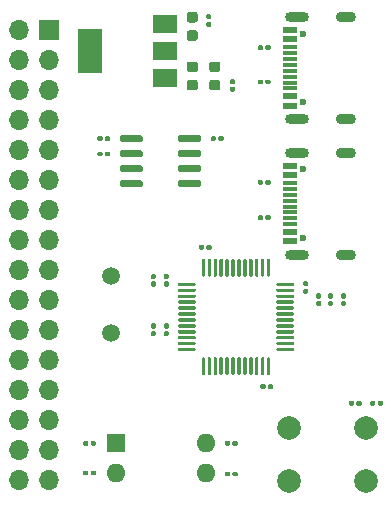
<source format=gbr>
%TF.GenerationSoftware,KiCad,Pcbnew,5.1.7+dfsg1-1~bpo10+1*%
%TF.CreationDate,2020-10-25T19:55:51+08:00*%
%TF.ProjectId,stm32-io-extend,73746d33-322d-4696-9f2d-657874656e64,rev?*%
%TF.SameCoordinates,Original*%
%TF.FileFunction,Soldermask,Top*%
%TF.FilePolarity,Negative*%
%FSLAX46Y46*%
G04 Gerber Fmt 4.6, Leading zero omitted, Abs format (unit mm)*
G04 Created by KiCad (PCBNEW 5.1.7+dfsg1-1~bpo10+1) date 2020-10-25 19:55:51*
%MOMM*%
%LPD*%
G01*
G04 APERTURE LIST*
%ADD10O,2.000000X0.900000*%
%ADD11O,1.700000X0.900000*%
%ADD12R,1.160000X0.300000*%
%ADD13C,0.600000*%
%ADD14R,1.160000X0.600000*%
%ADD15R,1.700000X1.700000*%
%ADD16O,1.700000X1.700000*%
%ADD17R,1.600000X1.600000*%
%ADD18O,1.600000X1.600000*%
%ADD19C,2.000000*%
%ADD20R,2.000000X3.800000*%
%ADD21R,2.000000X1.500000*%
%ADD22C,1.500000*%
G04 APERTURE END LIST*
%TO.C,C1*%
G36*
G01*
X150000000Y-67090000D02*
X150200000Y-67090000D01*
G75*
G02*
X150300000Y-67190000I0J-100000D01*
G01*
X150300000Y-67450000D01*
G75*
G02*
X150200000Y-67550000I-100000J0D01*
G01*
X150000000Y-67550000D01*
G75*
G02*
X149900000Y-67450000I0J100000D01*
G01*
X149900000Y-67190000D01*
G75*
G02*
X150000000Y-67090000I100000J0D01*
G01*
G37*
G36*
G01*
X150000000Y-66450000D02*
X150200000Y-66450000D01*
G75*
G02*
X150300000Y-66550000I0J-100000D01*
G01*
X150300000Y-66810000D01*
G75*
G02*
X150200000Y-66910000I-100000J0D01*
G01*
X150000000Y-66910000D01*
G75*
G02*
X149900000Y-66810000I0J100000D01*
G01*
X149900000Y-66550000D01*
G75*
G02*
X150000000Y-66450000I100000J0D01*
G01*
G37*
%TD*%
%TO.C,C2*%
G36*
G01*
X146600000Y-89550000D02*
X146400000Y-89550000D01*
G75*
G02*
X146300000Y-89450000I0J100000D01*
G01*
X146300000Y-89190000D01*
G75*
G02*
X146400000Y-89090000I100000J0D01*
G01*
X146600000Y-89090000D01*
G75*
G02*
X146700000Y-89190000I0J-100000D01*
G01*
X146700000Y-89450000D01*
G75*
G02*
X146600000Y-89550000I-100000J0D01*
G01*
G37*
G36*
G01*
X146600000Y-88910000D02*
X146400000Y-88910000D01*
G75*
G02*
X146300000Y-88810000I0J100000D01*
G01*
X146300000Y-88550000D01*
G75*
G02*
X146400000Y-88450000I100000J0D01*
G01*
X146600000Y-88450000D01*
G75*
G02*
X146700000Y-88550000I0J-100000D01*
G01*
X146700000Y-88810000D01*
G75*
G02*
X146600000Y-88910000I-100000J0D01*
G01*
G37*
%TD*%
%TO.C,C3*%
G36*
G01*
X146600000Y-93110000D02*
X146400000Y-93110000D01*
G75*
G02*
X146300000Y-93010000I0J100000D01*
G01*
X146300000Y-92750000D01*
G75*
G02*
X146400000Y-92650000I100000J0D01*
G01*
X146600000Y-92650000D01*
G75*
G02*
X146700000Y-92750000I0J-100000D01*
G01*
X146700000Y-93010000D01*
G75*
G02*
X146600000Y-93110000I-100000J0D01*
G01*
G37*
G36*
G01*
X146600000Y-93750000D02*
X146400000Y-93750000D01*
G75*
G02*
X146300000Y-93650000I0J100000D01*
G01*
X146300000Y-93390000D01*
G75*
G02*
X146400000Y-93290000I100000J0D01*
G01*
X146600000Y-93290000D01*
G75*
G02*
X146700000Y-93390000I0J-100000D01*
G01*
X146700000Y-93650000D01*
G75*
G02*
X146600000Y-93750000I-100000J0D01*
G01*
G37*
%TD*%
%TO.C,C4*%
G36*
G01*
X148450000Y-67825000D02*
X148950000Y-67825000D01*
G75*
G02*
X149175000Y-68050000I0J-225000D01*
G01*
X149175000Y-68500000D01*
G75*
G02*
X148950000Y-68725000I-225000J0D01*
G01*
X148450000Y-68725000D01*
G75*
G02*
X148225000Y-68500000I0J225000D01*
G01*
X148225000Y-68050000D01*
G75*
G02*
X148450000Y-67825000I225000J0D01*
G01*
G37*
G36*
G01*
X148450000Y-66275000D02*
X148950000Y-66275000D01*
G75*
G02*
X149175000Y-66500000I0J-225000D01*
G01*
X149175000Y-66950000D01*
G75*
G02*
X148950000Y-67175000I-225000J0D01*
G01*
X148450000Y-67175000D01*
G75*
G02*
X148225000Y-66950000I0J225000D01*
G01*
X148225000Y-66500000D01*
G75*
G02*
X148450000Y-66275000I225000J0D01*
G01*
G37*
%TD*%
%TO.C,C5*%
G36*
G01*
X154910000Y-97900000D02*
X154910000Y-98100000D01*
G75*
G02*
X154810000Y-98200000I-100000J0D01*
G01*
X154550000Y-98200000D01*
G75*
G02*
X154450000Y-98100000I0J100000D01*
G01*
X154450000Y-97900000D01*
G75*
G02*
X154550000Y-97800000I100000J0D01*
G01*
X154810000Y-97800000D01*
G75*
G02*
X154910000Y-97900000I0J-100000D01*
G01*
G37*
G36*
G01*
X155550000Y-97900000D02*
X155550000Y-98100000D01*
G75*
G02*
X155450000Y-98200000I-100000J0D01*
G01*
X155190000Y-98200000D01*
G75*
G02*
X155090000Y-98100000I0J100000D01*
G01*
X155090000Y-97900000D01*
G75*
G02*
X155190000Y-97800000I100000J0D01*
G01*
X155450000Y-97800000D01*
G75*
G02*
X155550000Y-97900000I0J-100000D01*
G01*
G37*
%TD*%
%TO.C,C6*%
G36*
G01*
X152000000Y-71950000D02*
X152200000Y-71950000D01*
G75*
G02*
X152300000Y-72050000I0J-100000D01*
G01*
X152300000Y-72310000D01*
G75*
G02*
X152200000Y-72410000I-100000J0D01*
G01*
X152000000Y-72410000D01*
G75*
G02*
X151900000Y-72310000I0J100000D01*
G01*
X151900000Y-72050000D01*
G75*
G02*
X152000000Y-71950000I100000J0D01*
G01*
G37*
G36*
G01*
X152000000Y-72590000D02*
X152200000Y-72590000D01*
G75*
G02*
X152300000Y-72690000I0J-100000D01*
G01*
X152300000Y-72950000D01*
G75*
G02*
X152200000Y-73050000I-100000J0D01*
G01*
X152000000Y-73050000D01*
G75*
G02*
X151900000Y-72950000I0J100000D01*
G01*
X151900000Y-72690000D01*
G75*
G02*
X152000000Y-72590000I100000J0D01*
G01*
G37*
%TD*%
%TO.C,C7*%
G36*
G01*
X158200000Y-89050000D02*
X158400000Y-89050000D01*
G75*
G02*
X158500000Y-89150000I0J-100000D01*
G01*
X158500000Y-89410000D01*
G75*
G02*
X158400000Y-89510000I-100000J0D01*
G01*
X158200000Y-89510000D01*
G75*
G02*
X158100000Y-89410000I0J100000D01*
G01*
X158100000Y-89150000D01*
G75*
G02*
X158200000Y-89050000I100000J0D01*
G01*
G37*
G36*
G01*
X158200000Y-89690000D02*
X158400000Y-89690000D01*
G75*
G02*
X158500000Y-89790000I0J-100000D01*
G01*
X158500000Y-90050000D01*
G75*
G02*
X158400000Y-90150000I-100000J0D01*
G01*
X158200000Y-90150000D01*
G75*
G02*
X158100000Y-90050000I0J100000D01*
G01*
X158100000Y-89790000D01*
G75*
G02*
X158200000Y-89690000I100000J0D01*
G01*
G37*
%TD*%
%TO.C,C8*%
G36*
G01*
X149250000Y-86300000D02*
X149250000Y-86100000D01*
G75*
G02*
X149350000Y-86000000I100000J0D01*
G01*
X149610000Y-86000000D01*
G75*
G02*
X149710000Y-86100000I0J-100000D01*
G01*
X149710000Y-86300000D01*
G75*
G02*
X149610000Y-86400000I-100000J0D01*
G01*
X149350000Y-86400000D01*
G75*
G02*
X149250000Y-86300000I0J100000D01*
G01*
G37*
G36*
G01*
X149890000Y-86300000D02*
X149890000Y-86100000D01*
G75*
G02*
X149990000Y-86000000I100000J0D01*
G01*
X150250000Y-86000000D01*
G75*
G02*
X150350000Y-86100000I0J-100000D01*
G01*
X150350000Y-86300000D01*
G75*
G02*
X150250000Y-86400000I-100000J0D01*
G01*
X149990000Y-86400000D01*
G75*
G02*
X149890000Y-86300000I0J100000D01*
G01*
G37*
%TD*%
%TO.C,C9*%
G36*
G01*
X150250000Y-77100000D02*
X150250000Y-76900000D01*
G75*
G02*
X150350000Y-76800000I100000J0D01*
G01*
X150610000Y-76800000D01*
G75*
G02*
X150710000Y-76900000I0J-100000D01*
G01*
X150710000Y-77100000D01*
G75*
G02*
X150610000Y-77200000I-100000J0D01*
G01*
X150350000Y-77200000D01*
G75*
G02*
X150250000Y-77100000I0J100000D01*
G01*
G37*
G36*
G01*
X150890000Y-77100000D02*
X150890000Y-76900000D01*
G75*
G02*
X150990000Y-76800000I100000J0D01*
G01*
X151250000Y-76800000D01*
G75*
G02*
X151350000Y-76900000I0J-100000D01*
G01*
X151350000Y-77100000D01*
G75*
G02*
X151250000Y-77200000I-100000J0D01*
G01*
X150990000Y-77200000D01*
G75*
G02*
X150890000Y-77100000I0J100000D01*
G01*
G37*
%TD*%
%TO.C,C10*%
G36*
G01*
X148450000Y-70475000D02*
X148950000Y-70475000D01*
G75*
G02*
X149175000Y-70700000I0J-225000D01*
G01*
X149175000Y-71150000D01*
G75*
G02*
X148950000Y-71375000I-225000J0D01*
G01*
X148450000Y-71375000D01*
G75*
G02*
X148225000Y-71150000I0J225000D01*
G01*
X148225000Y-70700000D01*
G75*
G02*
X148450000Y-70475000I225000J0D01*
G01*
G37*
G36*
G01*
X148450000Y-72025000D02*
X148950000Y-72025000D01*
G75*
G02*
X149175000Y-72250000I0J-225000D01*
G01*
X149175000Y-72700000D01*
G75*
G02*
X148950000Y-72925000I-225000J0D01*
G01*
X148450000Y-72925000D01*
G75*
G02*
X148225000Y-72700000I0J225000D01*
G01*
X148225000Y-72250000D01*
G75*
G02*
X148450000Y-72025000I225000J0D01*
G01*
G37*
%TD*%
%TO.C,C11*%
G36*
G01*
X150350000Y-70475000D02*
X150850000Y-70475000D01*
G75*
G02*
X151075000Y-70700000I0J-225000D01*
G01*
X151075000Y-71150000D01*
G75*
G02*
X150850000Y-71375000I-225000J0D01*
G01*
X150350000Y-71375000D01*
G75*
G02*
X150125000Y-71150000I0J225000D01*
G01*
X150125000Y-70700000D01*
G75*
G02*
X150350000Y-70475000I225000J0D01*
G01*
G37*
G36*
G01*
X150350000Y-72025000D02*
X150850000Y-72025000D01*
G75*
G02*
X151075000Y-72250000I0J-225000D01*
G01*
X151075000Y-72700000D01*
G75*
G02*
X150850000Y-72925000I-225000J0D01*
G01*
X150350000Y-72925000D01*
G75*
G02*
X150125000Y-72700000I0J225000D01*
G01*
X150125000Y-72250000D01*
G75*
G02*
X150350000Y-72025000I225000J0D01*
G01*
G37*
%TD*%
%TO.C,C12*%
G36*
G01*
X164390000Y-99500000D02*
X164390000Y-99300000D01*
G75*
G02*
X164490000Y-99200000I100000J0D01*
G01*
X164750000Y-99200000D01*
G75*
G02*
X164850000Y-99300000I0J-100000D01*
G01*
X164850000Y-99500000D01*
G75*
G02*
X164750000Y-99600000I-100000J0D01*
G01*
X164490000Y-99600000D01*
G75*
G02*
X164390000Y-99500000I0J100000D01*
G01*
G37*
G36*
G01*
X163750000Y-99500000D02*
X163750000Y-99300000D01*
G75*
G02*
X163850000Y-99200000I100000J0D01*
G01*
X164110000Y-99200000D01*
G75*
G02*
X164210000Y-99300000I0J-100000D01*
G01*
X164210000Y-99500000D01*
G75*
G02*
X164110000Y-99600000I-100000J0D01*
G01*
X163850000Y-99600000D01*
G75*
G02*
X163750000Y-99500000I0J100000D01*
G01*
G37*
%TD*%
%TO.C,C13*%
G36*
G01*
X145300000Y-88450000D02*
X145500000Y-88450000D01*
G75*
G02*
X145600000Y-88550000I0J-100000D01*
G01*
X145600000Y-88810000D01*
G75*
G02*
X145500000Y-88910000I-100000J0D01*
G01*
X145300000Y-88910000D01*
G75*
G02*
X145200000Y-88810000I0J100000D01*
G01*
X145200000Y-88550000D01*
G75*
G02*
X145300000Y-88450000I100000J0D01*
G01*
G37*
G36*
G01*
X145300000Y-89090000D02*
X145500000Y-89090000D01*
G75*
G02*
X145600000Y-89190000I0J-100000D01*
G01*
X145600000Y-89450000D01*
G75*
G02*
X145500000Y-89550000I-100000J0D01*
G01*
X145300000Y-89550000D01*
G75*
G02*
X145200000Y-89450000I0J100000D01*
G01*
X145200000Y-89190000D01*
G75*
G02*
X145300000Y-89090000I100000J0D01*
G01*
G37*
%TD*%
%TO.C,C14*%
G36*
G01*
X145500000Y-93110000D02*
X145300000Y-93110000D01*
G75*
G02*
X145200000Y-93010000I0J100000D01*
G01*
X145200000Y-92750000D01*
G75*
G02*
X145300000Y-92650000I100000J0D01*
G01*
X145500000Y-92650000D01*
G75*
G02*
X145600000Y-92750000I0J-100000D01*
G01*
X145600000Y-93010000D01*
G75*
G02*
X145500000Y-93110000I-100000J0D01*
G01*
G37*
G36*
G01*
X145500000Y-93750000D02*
X145300000Y-93750000D01*
G75*
G02*
X145200000Y-93650000I0J100000D01*
G01*
X145200000Y-93390000D01*
G75*
G02*
X145300000Y-93290000I100000J0D01*
G01*
X145500000Y-93290000D01*
G75*
G02*
X145600000Y-93390000I0J-100000D01*
G01*
X145600000Y-93650000D01*
G75*
G02*
X145500000Y-93750000I-100000J0D01*
G01*
G37*
%TD*%
D10*
%TO.C,J1*%
X157570000Y-75320000D03*
X157570000Y-66680000D03*
D11*
X161740000Y-75320000D03*
X161740000Y-66680000D03*
D12*
X156990000Y-71750000D03*
X156990000Y-71250000D03*
X156990000Y-70750000D03*
X156990000Y-72750000D03*
X156990000Y-72250000D03*
X156990000Y-69750000D03*
X156990000Y-70250000D03*
X156990000Y-69250000D03*
D13*
X158050000Y-68110000D03*
X158050000Y-73890000D03*
D14*
X156990000Y-73400000D03*
X156990000Y-73400000D03*
X156990000Y-74200000D03*
X156990000Y-74200000D03*
X156990000Y-68600000D03*
X156990000Y-67800000D03*
X156990000Y-68600000D03*
X156990000Y-67800000D03*
%TD*%
%TO.C,J2*%
X156990000Y-79300000D03*
X156990000Y-80100000D03*
X156990000Y-79300000D03*
X156990000Y-80100000D03*
X156990000Y-85700000D03*
X156990000Y-85700000D03*
X156990000Y-84900000D03*
X156990000Y-84900000D03*
D13*
X158050000Y-85390000D03*
X158050000Y-79610000D03*
D12*
X156990000Y-80750000D03*
X156990000Y-81750000D03*
X156990000Y-81250000D03*
X156990000Y-83750000D03*
X156990000Y-84250000D03*
X156990000Y-82250000D03*
X156990000Y-82750000D03*
X156990000Y-83250000D03*
D11*
X161740000Y-78180000D03*
X161740000Y-86820000D03*
D10*
X157570000Y-78180000D03*
X157570000Y-86820000D03*
%TD*%
D15*
%TO.C,J3*%
X136600000Y-67800000D03*
D16*
X134060000Y-67800000D03*
X136600000Y-70340000D03*
X134060000Y-70340000D03*
X136600000Y-72880000D03*
X134060000Y-72880000D03*
X136600000Y-75420000D03*
X134060000Y-75420000D03*
X136600000Y-77960000D03*
X134060000Y-77960000D03*
X136600000Y-80500000D03*
X134060000Y-80500000D03*
X136600000Y-83040000D03*
X134060000Y-83040000D03*
X136600000Y-85580000D03*
X134060000Y-85580000D03*
X136600000Y-88120000D03*
X134060000Y-88120000D03*
X136600000Y-90660000D03*
X134060000Y-90660000D03*
X136600000Y-93200000D03*
X134060000Y-93200000D03*
X136600000Y-95740000D03*
X134060000Y-95740000D03*
X136600000Y-98280000D03*
X134060000Y-98280000D03*
X136600000Y-100820000D03*
X134060000Y-100820000D03*
X136600000Y-103360000D03*
X134060000Y-103360000D03*
X136600000Y-105900000D03*
X134060000Y-105900000D03*
%TD*%
%TO.C,R1*%
G36*
G01*
X140090000Y-105400000D02*
X140090000Y-105200000D01*
G75*
G02*
X140190000Y-105100000I100000J0D01*
G01*
X140450000Y-105100000D01*
G75*
G02*
X140550000Y-105200000I0J-100000D01*
G01*
X140550000Y-105400000D01*
G75*
G02*
X140450000Y-105500000I-100000J0D01*
G01*
X140190000Y-105500000D01*
G75*
G02*
X140090000Y-105400000I0J100000D01*
G01*
G37*
G36*
G01*
X139450000Y-105400000D02*
X139450000Y-105200000D01*
G75*
G02*
X139550000Y-105100000I100000J0D01*
G01*
X139810000Y-105100000D01*
G75*
G02*
X139910000Y-105200000I0J-100000D01*
G01*
X139910000Y-105400000D01*
G75*
G02*
X139810000Y-105500000I-100000J0D01*
G01*
X139550000Y-105500000D01*
G75*
G02*
X139450000Y-105400000I0J100000D01*
G01*
G37*
%TD*%
%TO.C,R2*%
G36*
G01*
X140550000Y-102700000D02*
X140550000Y-102900000D01*
G75*
G02*
X140450000Y-103000000I-100000J0D01*
G01*
X140190000Y-103000000D01*
G75*
G02*
X140090000Y-102900000I0J100000D01*
G01*
X140090000Y-102700000D01*
G75*
G02*
X140190000Y-102600000I100000J0D01*
G01*
X140450000Y-102600000D01*
G75*
G02*
X140550000Y-102700000I0J-100000D01*
G01*
G37*
G36*
G01*
X139910000Y-102700000D02*
X139910000Y-102900000D01*
G75*
G02*
X139810000Y-103000000I-100000J0D01*
G01*
X139550000Y-103000000D01*
G75*
G02*
X139450000Y-102900000I0J100000D01*
G01*
X139450000Y-102700000D01*
G75*
G02*
X139550000Y-102600000I100000J0D01*
G01*
X139810000Y-102600000D01*
G75*
G02*
X139910000Y-102700000I0J-100000D01*
G01*
G37*
%TD*%
%TO.C,R3*%
G36*
G01*
X154870000Y-72300000D02*
X154870000Y-72100000D01*
G75*
G02*
X154970000Y-72000000I100000J0D01*
G01*
X155230000Y-72000000D01*
G75*
G02*
X155330000Y-72100000I0J-100000D01*
G01*
X155330000Y-72300000D01*
G75*
G02*
X155230000Y-72400000I-100000J0D01*
G01*
X154970000Y-72400000D01*
G75*
G02*
X154870000Y-72300000I0J100000D01*
G01*
G37*
G36*
G01*
X154230000Y-72300000D02*
X154230000Y-72100000D01*
G75*
G02*
X154330000Y-72000000I100000J0D01*
G01*
X154590000Y-72000000D01*
G75*
G02*
X154690000Y-72100000I0J-100000D01*
G01*
X154690000Y-72300000D01*
G75*
G02*
X154590000Y-72400000I-100000J0D01*
G01*
X154330000Y-72400000D01*
G75*
G02*
X154230000Y-72300000I0J100000D01*
G01*
G37*
%TD*%
%TO.C,R4*%
G36*
G01*
X141750000Y-76900000D02*
X141750000Y-77100000D01*
G75*
G02*
X141650000Y-77200000I-100000J0D01*
G01*
X141390000Y-77200000D01*
G75*
G02*
X141290000Y-77100000I0J100000D01*
G01*
X141290000Y-76900000D01*
G75*
G02*
X141390000Y-76800000I100000J0D01*
G01*
X141650000Y-76800000D01*
G75*
G02*
X141750000Y-76900000I0J-100000D01*
G01*
G37*
G36*
G01*
X141110000Y-76900000D02*
X141110000Y-77100000D01*
G75*
G02*
X141010000Y-77200000I-100000J0D01*
G01*
X140750000Y-77200000D01*
G75*
G02*
X140650000Y-77100000I0J100000D01*
G01*
X140650000Y-76900000D01*
G75*
G02*
X140750000Y-76800000I100000J0D01*
G01*
X141010000Y-76800000D01*
G75*
G02*
X141110000Y-76900000I0J-100000D01*
G01*
G37*
%TD*%
%TO.C,R5*%
G36*
G01*
X141110000Y-78200000D02*
X141110000Y-78400000D01*
G75*
G02*
X141010000Y-78500000I-100000J0D01*
G01*
X140750000Y-78500000D01*
G75*
G02*
X140650000Y-78400000I0J100000D01*
G01*
X140650000Y-78200000D01*
G75*
G02*
X140750000Y-78100000I100000J0D01*
G01*
X141010000Y-78100000D01*
G75*
G02*
X141110000Y-78200000I0J-100000D01*
G01*
G37*
G36*
G01*
X141750000Y-78200000D02*
X141750000Y-78400000D01*
G75*
G02*
X141650000Y-78500000I-100000J0D01*
G01*
X141390000Y-78500000D01*
G75*
G02*
X141290000Y-78400000I0J100000D01*
G01*
X141290000Y-78200000D01*
G75*
G02*
X141390000Y-78100000I100000J0D01*
G01*
X141650000Y-78100000D01*
G75*
G02*
X141750000Y-78200000I0J-100000D01*
G01*
G37*
%TD*%
%TO.C,R6*%
G36*
G01*
X162590000Y-99500000D02*
X162590000Y-99300000D01*
G75*
G02*
X162690000Y-99200000I100000J0D01*
G01*
X162950000Y-99200000D01*
G75*
G02*
X163050000Y-99300000I0J-100000D01*
G01*
X163050000Y-99500000D01*
G75*
G02*
X162950000Y-99600000I-100000J0D01*
G01*
X162690000Y-99600000D01*
G75*
G02*
X162590000Y-99500000I0J100000D01*
G01*
G37*
G36*
G01*
X161950000Y-99500000D02*
X161950000Y-99300000D01*
G75*
G02*
X162050000Y-99200000I100000J0D01*
G01*
X162310000Y-99200000D01*
G75*
G02*
X162410000Y-99300000I0J-100000D01*
G01*
X162410000Y-99500000D01*
G75*
G02*
X162310000Y-99600000I-100000J0D01*
G01*
X162050000Y-99600000D01*
G75*
G02*
X161950000Y-99500000I0J100000D01*
G01*
G37*
%TD*%
%TO.C,R7*%
G36*
G01*
X154250000Y-69400000D02*
X154250000Y-69200000D01*
G75*
G02*
X154350000Y-69100000I100000J0D01*
G01*
X154610000Y-69100000D01*
G75*
G02*
X154710000Y-69200000I0J-100000D01*
G01*
X154710000Y-69400000D01*
G75*
G02*
X154610000Y-69500000I-100000J0D01*
G01*
X154350000Y-69500000D01*
G75*
G02*
X154250000Y-69400000I0J100000D01*
G01*
G37*
G36*
G01*
X154890000Y-69400000D02*
X154890000Y-69200000D01*
G75*
G02*
X154990000Y-69100000I100000J0D01*
G01*
X155250000Y-69100000D01*
G75*
G02*
X155350000Y-69200000I0J-100000D01*
G01*
X155350000Y-69400000D01*
G75*
G02*
X155250000Y-69500000I-100000J0D01*
G01*
X154990000Y-69500000D01*
G75*
G02*
X154890000Y-69400000I0J100000D01*
G01*
G37*
%TD*%
%TO.C,R8*%
G36*
G01*
X151910000Y-105300000D02*
X151910000Y-105500000D01*
G75*
G02*
X151810000Y-105600000I-100000J0D01*
G01*
X151550000Y-105600000D01*
G75*
G02*
X151450000Y-105500000I0J100000D01*
G01*
X151450000Y-105300000D01*
G75*
G02*
X151550000Y-105200000I100000J0D01*
G01*
X151810000Y-105200000D01*
G75*
G02*
X151910000Y-105300000I0J-100000D01*
G01*
G37*
G36*
G01*
X152550000Y-105300000D02*
X152550000Y-105500000D01*
G75*
G02*
X152450000Y-105600000I-100000J0D01*
G01*
X152190000Y-105600000D01*
G75*
G02*
X152090000Y-105500000I0J100000D01*
G01*
X152090000Y-105300000D01*
G75*
G02*
X152190000Y-105200000I100000J0D01*
G01*
X152450000Y-105200000D01*
G75*
G02*
X152550000Y-105300000I0J-100000D01*
G01*
G37*
%TD*%
%TO.C,R9*%
G36*
G01*
X152550000Y-102700000D02*
X152550000Y-102900000D01*
G75*
G02*
X152450000Y-103000000I-100000J0D01*
G01*
X152190000Y-103000000D01*
G75*
G02*
X152090000Y-102900000I0J100000D01*
G01*
X152090000Y-102700000D01*
G75*
G02*
X152190000Y-102600000I100000J0D01*
G01*
X152450000Y-102600000D01*
G75*
G02*
X152550000Y-102700000I0J-100000D01*
G01*
G37*
G36*
G01*
X151910000Y-102700000D02*
X151910000Y-102900000D01*
G75*
G02*
X151810000Y-103000000I-100000J0D01*
G01*
X151550000Y-103000000D01*
G75*
G02*
X151450000Y-102900000I0J100000D01*
G01*
X151450000Y-102700000D01*
G75*
G02*
X151550000Y-102600000I100000J0D01*
G01*
X151810000Y-102600000D01*
G75*
G02*
X151910000Y-102700000I0J-100000D01*
G01*
G37*
%TD*%
%TO.C,R10*%
G36*
G01*
X154870000Y-80800000D02*
X154870000Y-80600000D01*
G75*
G02*
X154970000Y-80500000I100000J0D01*
G01*
X155230000Y-80500000D01*
G75*
G02*
X155330000Y-80600000I0J-100000D01*
G01*
X155330000Y-80800000D01*
G75*
G02*
X155230000Y-80900000I-100000J0D01*
G01*
X154970000Y-80900000D01*
G75*
G02*
X154870000Y-80800000I0J100000D01*
G01*
G37*
G36*
G01*
X154230000Y-80800000D02*
X154230000Y-80600000D01*
G75*
G02*
X154330000Y-80500000I100000J0D01*
G01*
X154590000Y-80500000D01*
G75*
G02*
X154690000Y-80600000I0J-100000D01*
G01*
X154690000Y-80800000D01*
G75*
G02*
X154590000Y-80900000I-100000J0D01*
G01*
X154330000Y-80900000D01*
G75*
G02*
X154230000Y-80800000I0J100000D01*
G01*
G37*
%TD*%
%TO.C,R11*%
G36*
G01*
X159500000Y-91195000D02*
X159300000Y-91195000D01*
G75*
G02*
X159200000Y-91095000I0J100000D01*
G01*
X159200000Y-90835000D01*
G75*
G02*
X159300000Y-90735000I100000J0D01*
G01*
X159500000Y-90735000D01*
G75*
G02*
X159600000Y-90835000I0J-100000D01*
G01*
X159600000Y-91095000D01*
G75*
G02*
X159500000Y-91195000I-100000J0D01*
G01*
G37*
G36*
G01*
X159500000Y-90555000D02*
X159300000Y-90555000D01*
G75*
G02*
X159200000Y-90455000I0J100000D01*
G01*
X159200000Y-90195000D01*
G75*
G02*
X159300000Y-90095000I100000J0D01*
G01*
X159500000Y-90095000D01*
G75*
G02*
X159600000Y-90195000I0J-100000D01*
G01*
X159600000Y-90455000D01*
G75*
G02*
X159500000Y-90555000I-100000J0D01*
G01*
G37*
%TD*%
%TO.C,R12*%
G36*
G01*
X161600000Y-91195000D02*
X161400000Y-91195000D01*
G75*
G02*
X161300000Y-91095000I0J100000D01*
G01*
X161300000Y-90835000D01*
G75*
G02*
X161400000Y-90735000I100000J0D01*
G01*
X161600000Y-90735000D01*
G75*
G02*
X161700000Y-90835000I0J-100000D01*
G01*
X161700000Y-91095000D01*
G75*
G02*
X161600000Y-91195000I-100000J0D01*
G01*
G37*
G36*
G01*
X161600000Y-90555000D02*
X161400000Y-90555000D01*
G75*
G02*
X161300000Y-90455000I0J100000D01*
G01*
X161300000Y-90195000D01*
G75*
G02*
X161400000Y-90095000I100000J0D01*
G01*
X161600000Y-90095000D01*
G75*
G02*
X161700000Y-90195000I0J-100000D01*
G01*
X161700000Y-90455000D01*
G75*
G02*
X161600000Y-90555000I-100000J0D01*
G01*
G37*
%TD*%
%TO.C,R13*%
G36*
G01*
X154250000Y-83800000D02*
X154250000Y-83600000D01*
G75*
G02*
X154350000Y-83500000I100000J0D01*
G01*
X154610000Y-83500000D01*
G75*
G02*
X154710000Y-83600000I0J-100000D01*
G01*
X154710000Y-83800000D01*
G75*
G02*
X154610000Y-83900000I-100000J0D01*
G01*
X154350000Y-83900000D01*
G75*
G02*
X154250000Y-83800000I0J100000D01*
G01*
G37*
G36*
G01*
X154890000Y-83800000D02*
X154890000Y-83600000D01*
G75*
G02*
X154990000Y-83500000I100000J0D01*
G01*
X155250000Y-83500000D01*
G75*
G02*
X155350000Y-83600000I0J-100000D01*
G01*
X155350000Y-83800000D01*
G75*
G02*
X155250000Y-83900000I-100000J0D01*
G01*
X154990000Y-83900000D01*
G75*
G02*
X154890000Y-83800000I0J100000D01*
G01*
G37*
%TD*%
%TO.C,R14*%
G36*
G01*
X160500000Y-90555000D02*
X160300000Y-90555000D01*
G75*
G02*
X160200000Y-90455000I0J100000D01*
G01*
X160200000Y-90195000D01*
G75*
G02*
X160300000Y-90095000I100000J0D01*
G01*
X160500000Y-90095000D01*
G75*
G02*
X160600000Y-90195000I0J-100000D01*
G01*
X160600000Y-90455000D01*
G75*
G02*
X160500000Y-90555000I-100000J0D01*
G01*
G37*
G36*
G01*
X160500000Y-91195000D02*
X160300000Y-91195000D01*
G75*
G02*
X160200000Y-91095000I0J100000D01*
G01*
X160200000Y-90835000D01*
G75*
G02*
X160300000Y-90735000I100000J0D01*
G01*
X160500000Y-90735000D01*
G75*
G02*
X160600000Y-90835000I0J-100000D01*
G01*
X160600000Y-91095000D01*
G75*
G02*
X160500000Y-91195000I-100000J0D01*
G01*
G37*
%TD*%
D17*
%TO.C,SW1*%
X142200000Y-102800000D03*
D18*
X149820000Y-105340000D03*
X142200000Y-105340000D03*
X149820000Y-102800000D03*
%TD*%
D19*
%TO.C,SW2*%
X156900000Y-106000000D03*
X156900000Y-101500000D03*
X163400000Y-106000000D03*
X163400000Y-101500000D03*
%TD*%
D20*
%TO.C,U1*%
X140050000Y-69600000D03*
D21*
X146350000Y-69600000D03*
X146350000Y-67300000D03*
X146350000Y-71900000D03*
%TD*%
%TO.C,U2*%
G36*
G01*
X142550000Y-77145000D02*
X142550000Y-76845000D01*
G75*
G02*
X142700000Y-76695000I150000J0D01*
G01*
X144350000Y-76695000D01*
G75*
G02*
X144500000Y-76845000I0J-150000D01*
G01*
X144500000Y-77145000D01*
G75*
G02*
X144350000Y-77295000I-150000J0D01*
G01*
X142700000Y-77295000D01*
G75*
G02*
X142550000Y-77145000I0J150000D01*
G01*
G37*
G36*
G01*
X142550000Y-78415000D02*
X142550000Y-78115000D01*
G75*
G02*
X142700000Y-77965000I150000J0D01*
G01*
X144350000Y-77965000D01*
G75*
G02*
X144500000Y-78115000I0J-150000D01*
G01*
X144500000Y-78415000D01*
G75*
G02*
X144350000Y-78565000I-150000J0D01*
G01*
X142700000Y-78565000D01*
G75*
G02*
X142550000Y-78415000I0J150000D01*
G01*
G37*
G36*
G01*
X142550000Y-79685000D02*
X142550000Y-79385000D01*
G75*
G02*
X142700000Y-79235000I150000J0D01*
G01*
X144350000Y-79235000D01*
G75*
G02*
X144500000Y-79385000I0J-150000D01*
G01*
X144500000Y-79685000D01*
G75*
G02*
X144350000Y-79835000I-150000J0D01*
G01*
X142700000Y-79835000D01*
G75*
G02*
X142550000Y-79685000I0J150000D01*
G01*
G37*
G36*
G01*
X142550000Y-80955000D02*
X142550000Y-80655000D01*
G75*
G02*
X142700000Y-80505000I150000J0D01*
G01*
X144350000Y-80505000D01*
G75*
G02*
X144500000Y-80655000I0J-150000D01*
G01*
X144500000Y-80955000D01*
G75*
G02*
X144350000Y-81105000I-150000J0D01*
G01*
X142700000Y-81105000D01*
G75*
G02*
X142550000Y-80955000I0J150000D01*
G01*
G37*
G36*
G01*
X147500000Y-80955000D02*
X147500000Y-80655000D01*
G75*
G02*
X147650000Y-80505000I150000J0D01*
G01*
X149300000Y-80505000D01*
G75*
G02*
X149450000Y-80655000I0J-150000D01*
G01*
X149450000Y-80955000D01*
G75*
G02*
X149300000Y-81105000I-150000J0D01*
G01*
X147650000Y-81105000D01*
G75*
G02*
X147500000Y-80955000I0J150000D01*
G01*
G37*
G36*
G01*
X147500000Y-79685000D02*
X147500000Y-79385000D01*
G75*
G02*
X147650000Y-79235000I150000J0D01*
G01*
X149300000Y-79235000D01*
G75*
G02*
X149450000Y-79385000I0J-150000D01*
G01*
X149450000Y-79685000D01*
G75*
G02*
X149300000Y-79835000I-150000J0D01*
G01*
X147650000Y-79835000D01*
G75*
G02*
X147500000Y-79685000I0J150000D01*
G01*
G37*
G36*
G01*
X147500000Y-78415000D02*
X147500000Y-78115000D01*
G75*
G02*
X147650000Y-77965000I150000J0D01*
G01*
X149300000Y-77965000D01*
G75*
G02*
X149450000Y-78115000I0J-150000D01*
G01*
X149450000Y-78415000D01*
G75*
G02*
X149300000Y-78565000I-150000J0D01*
G01*
X147650000Y-78565000D01*
G75*
G02*
X147500000Y-78415000I0J150000D01*
G01*
G37*
G36*
G01*
X147500000Y-77145000D02*
X147500000Y-76845000D01*
G75*
G02*
X147650000Y-76695000I150000J0D01*
G01*
X149300000Y-76695000D01*
G75*
G02*
X149450000Y-76845000I0J-150000D01*
G01*
X149450000Y-77145000D01*
G75*
G02*
X149300000Y-77295000I-150000J0D01*
G01*
X147650000Y-77295000D01*
G75*
G02*
X147500000Y-77145000I0J150000D01*
G01*
G37*
%TD*%
%TO.C,U3*%
G36*
G01*
X147500000Y-89425000D02*
X147500000Y-89275000D01*
G75*
G02*
X147575000Y-89200000I75000J0D01*
G01*
X148900000Y-89200000D01*
G75*
G02*
X148975000Y-89275000I0J-75000D01*
G01*
X148975000Y-89425000D01*
G75*
G02*
X148900000Y-89500000I-75000J0D01*
G01*
X147575000Y-89500000D01*
G75*
G02*
X147500000Y-89425000I0J75000D01*
G01*
G37*
G36*
G01*
X147500000Y-89925000D02*
X147500000Y-89775000D01*
G75*
G02*
X147575000Y-89700000I75000J0D01*
G01*
X148900000Y-89700000D01*
G75*
G02*
X148975000Y-89775000I0J-75000D01*
G01*
X148975000Y-89925000D01*
G75*
G02*
X148900000Y-90000000I-75000J0D01*
G01*
X147575000Y-90000000D01*
G75*
G02*
X147500000Y-89925000I0J75000D01*
G01*
G37*
G36*
G01*
X147500000Y-90425000D02*
X147500000Y-90275000D01*
G75*
G02*
X147575000Y-90200000I75000J0D01*
G01*
X148900000Y-90200000D01*
G75*
G02*
X148975000Y-90275000I0J-75000D01*
G01*
X148975000Y-90425000D01*
G75*
G02*
X148900000Y-90500000I-75000J0D01*
G01*
X147575000Y-90500000D01*
G75*
G02*
X147500000Y-90425000I0J75000D01*
G01*
G37*
G36*
G01*
X147500000Y-90925000D02*
X147500000Y-90775000D01*
G75*
G02*
X147575000Y-90700000I75000J0D01*
G01*
X148900000Y-90700000D01*
G75*
G02*
X148975000Y-90775000I0J-75000D01*
G01*
X148975000Y-90925000D01*
G75*
G02*
X148900000Y-91000000I-75000J0D01*
G01*
X147575000Y-91000000D01*
G75*
G02*
X147500000Y-90925000I0J75000D01*
G01*
G37*
G36*
G01*
X147500000Y-91425000D02*
X147500000Y-91275000D01*
G75*
G02*
X147575000Y-91200000I75000J0D01*
G01*
X148900000Y-91200000D01*
G75*
G02*
X148975000Y-91275000I0J-75000D01*
G01*
X148975000Y-91425000D01*
G75*
G02*
X148900000Y-91500000I-75000J0D01*
G01*
X147575000Y-91500000D01*
G75*
G02*
X147500000Y-91425000I0J75000D01*
G01*
G37*
G36*
G01*
X147500000Y-91925000D02*
X147500000Y-91775000D01*
G75*
G02*
X147575000Y-91700000I75000J0D01*
G01*
X148900000Y-91700000D01*
G75*
G02*
X148975000Y-91775000I0J-75000D01*
G01*
X148975000Y-91925000D01*
G75*
G02*
X148900000Y-92000000I-75000J0D01*
G01*
X147575000Y-92000000D01*
G75*
G02*
X147500000Y-91925000I0J75000D01*
G01*
G37*
G36*
G01*
X147500000Y-92425000D02*
X147500000Y-92275000D01*
G75*
G02*
X147575000Y-92200000I75000J0D01*
G01*
X148900000Y-92200000D01*
G75*
G02*
X148975000Y-92275000I0J-75000D01*
G01*
X148975000Y-92425000D01*
G75*
G02*
X148900000Y-92500000I-75000J0D01*
G01*
X147575000Y-92500000D01*
G75*
G02*
X147500000Y-92425000I0J75000D01*
G01*
G37*
G36*
G01*
X147500000Y-92925000D02*
X147500000Y-92775000D01*
G75*
G02*
X147575000Y-92700000I75000J0D01*
G01*
X148900000Y-92700000D01*
G75*
G02*
X148975000Y-92775000I0J-75000D01*
G01*
X148975000Y-92925000D01*
G75*
G02*
X148900000Y-93000000I-75000J0D01*
G01*
X147575000Y-93000000D01*
G75*
G02*
X147500000Y-92925000I0J75000D01*
G01*
G37*
G36*
G01*
X147500000Y-93425000D02*
X147500000Y-93275000D01*
G75*
G02*
X147575000Y-93200000I75000J0D01*
G01*
X148900000Y-93200000D01*
G75*
G02*
X148975000Y-93275000I0J-75000D01*
G01*
X148975000Y-93425000D01*
G75*
G02*
X148900000Y-93500000I-75000J0D01*
G01*
X147575000Y-93500000D01*
G75*
G02*
X147500000Y-93425000I0J75000D01*
G01*
G37*
G36*
G01*
X147500000Y-93925000D02*
X147500000Y-93775000D01*
G75*
G02*
X147575000Y-93700000I75000J0D01*
G01*
X148900000Y-93700000D01*
G75*
G02*
X148975000Y-93775000I0J-75000D01*
G01*
X148975000Y-93925000D01*
G75*
G02*
X148900000Y-94000000I-75000J0D01*
G01*
X147575000Y-94000000D01*
G75*
G02*
X147500000Y-93925000I0J75000D01*
G01*
G37*
G36*
G01*
X147500000Y-94425000D02*
X147500000Y-94275000D01*
G75*
G02*
X147575000Y-94200000I75000J0D01*
G01*
X148900000Y-94200000D01*
G75*
G02*
X148975000Y-94275000I0J-75000D01*
G01*
X148975000Y-94425000D01*
G75*
G02*
X148900000Y-94500000I-75000J0D01*
G01*
X147575000Y-94500000D01*
G75*
G02*
X147500000Y-94425000I0J75000D01*
G01*
G37*
G36*
G01*
X147500000Y-94925000D02*
X147500000Y-94775000D01*
G75*
G02*
X147575000Y-94700000I75000J0D01*
G01*
X148900000Y-94700000D01*
G75*
G02*
X148975000Y-94775000I0J-75000D01*
G01*
X148975000Y-94925000D01*
G75*
G02*
X148900000Y-95000000I-75000J0D01*
G01*
X147575000Y-95000000D01*
G75*
G02*
X147500000Y-94925000I0J75000D01*
G01*
G37*
G36*
G01*
X149500000Y-96925000D02*
X149500000Y-95600000D01*
G75*
G02*
X149575000Y-95525000I75000J0D01*
G01*
X149725000Y-95525000D01*
G75*
G02*
X149800000Y-95600000I0J-75000D01*
G01*
X149800000Y-96925000D01*
G75*
G02*
X149725000Y-97000000I-75000J0D01*
G01*
X149575000Y-97000000D01*
G75*
G02*
X149500000Y-96925000I0J75000D01*
G01*
G37*
G36*
G01*
X150000000Y-96925000D02*
X150000000Y-95600000D01*
G75*
G02*
X150075000Y-95525000I75000J0D01*
G01*
X150225000Y-95525000D01*
G75*
G02*
X150300000Y-95600000I0J-75000D01*
G01*
X150300000Y-96925000D01*
G75*
G02*
X150225000Y-97000000I-75000J0D01*
G01*
X150075000Y-97000000D01*
G75*
G02*
X150000000Y-96925000I0J75000D01*
G01*
G37*
G36*
G01*
X150500000Y-96925000D02*
X150500000Y-95600000D01*
G75*
G02*
X150575000Y-95525000I75000J0D01*
G01*
X150725000Y-95525000D01*
G75*
G02*
X150800000Y-95600000I0J-75000D01*
G01*
X150800000Y-96925000D01*
G75*
G02*
X150725000Y-97000000I-75000J0D01*
G01*
X150575000Y-97000000D01*
G75*
G02*
X150500000Y-96925000I0J75000D01*
G01*
G37*
G36*
G01*
X151000000Y-96925000D02*
X151000000Y-95600000D01*
G75*
G02*
X151075000Y-95525000I75000J0D01*
G01*
X151225000Y-95525000D01*
G75*
G02*
X151300000Y-95600000I0J-75000D01*
G01*
X151300000Y-96925000D01*
G75*
G02*
X151225000Y-97000000I-75000J0D01*
G01*
X151075000Y-97000000D01*
G75*
G02*
X151000000Y-96925000I0J75000D01*
G01*
G37*
G36*
G01*
X151500000Y-96925000D02*
X151500000Y-95600000D01*
G75*
G02*
X151575000Y-95525000I75000J0D01*
G01*
X151725000Y-95525000D01*
G75*
G02*
X151800000Y-95600000I0J-75000D01*
G01*
X151800000Y-96925000D01*
G75*
G02*
X151725000Y-97000000I-75000J0D01*
G01*
X151575000Y-97000000D01*
G75*
G02*
X151500000Y-96925000I0J75000D01*
G01*
G37*
G36*
G01*
X152000000Y-96925000D02*
X152000000Y-95600000D01*
G75*
G02*
X152075000Y-95525000I75000J0D01*
G01*
X152225000Y-95525000D01*
G75*
G02*
X152300000Y-95600000I0J-75000D01*
G01*
X152300000Y-96925000D01*
G75*
G02*
X152225000Y-97000000I-75000J0D01*
G01*
X152075000Y-97000000D01*
G75*
G02*
X152000000Y-96925000I0J75000D01*
G01*
G37*
G36*
G01*
X152500000Y-96925000D02*
X152500000Y-95600000D01*
G75*
G02*
X152575000Y-95525000I75000J0D01*
G01*
X152725000Y-95525000D01*
G75*
G02*
X152800000Y-95600000I0J-75000D01*
G01*
X152800000Y-96925000D01*
G75*
G02*
X152725000Y-97000000I-75000J0D01*
G01*
X152575000Y-97000000D01*
G75*
G02*
X152500000Y-96925000I0J75000D01*
G01*
G37*
G36*
G01*
X153000000Y-96925000D02*
X153000000Y-95600000D01*
G75*
G02*
X153075000Y-95525000I75000J0D01*
G01*
X153225000Y-95525000D01*
G75*
G02*
X153300000Y-95600000I0J-75000D01*
G01*
X153300000Y-96925000D01*
G75*
G02*
X153225000Y-97000000I-75000J0D01*
G01*
X153075000Y-97000000D01*
G75*
G02*
X153000000Y-96925000I0J75000D01*
G01*
G37*
G36*
G01*
X153500000Y-96925000D02*
X153500000Y-95600000D01*
G75*
G02*
X153575000Y-95525000I75000J0D01*
G01*
X153725000Y-95525000D01*
G75*
G02*
X153800000Y-95600000I0J-75000D01*
G01*
X153800000Y-96925000D01*
G75*
G02*
X153725000Y-97000000I-75000J0D01*
G01*
X153575000Y-97000000D01*
G75*
G02*
X153500000Y-96925000I0J75000D01*
G01*
G37*
G36*
G01*
X154000000Y-96925000D02*
X154000000Y-95600000D01*
G75*
G02*
X154075000Y-95525000I75000J0D01*
G01*
X154225000Y-95525000D01*
G75*
G02*
X154300000Y-95600000I0J-75000D01*
G01*
X154300000Y-96925000D01*
G75*
G02*
X154225000Y-97000000I-75000J0D01*
G01*
X154075000Y-97000000D01*
G75*
G02*
X154000000Y-96925000I0J75000D01*
G01*
G37*
G36*
G01*
X154500000Y-96925000D02*
X154500000Y-95600000D01*
G75*
G02*
X154575000Y-95525000I75000J0D01*
G01*
X154725000Y-95525000D01*
G75*
G02*
X154800000Y-95600000I0J-75000D01*
G01*
X154800000Y-96925000D01*
G75*
G02*
X154725000Y-97000000I-75000J0D01*
G01*
X154575000Y-97000000D01*
G75*
G02*
X154500000Y-96925000I0J75000D01*
G01*
G37*
G36*
G01*
X155000000Y-96925000D02*
X155000000Y-95600000D01*
G75*
G02*
X155075000Y-95525000I75000J0D01*
G01*
X155225000Y-95525000D01*
G75*
G02*
X155300000Y-95600000I0J-75000D01*
G01*
X155300000Y-96925000D01*
G75*
G02*
X155225000Y-97000000I-75000J0D01*
G01*
X155075000Y-97000000D01*
G75*
G02*
X155000000Y-96925000I0J75000D01*
G01*
G37*
G36*
G01*
X155825000Y-94925000D02*
X155825000Y-94775000D01*
G75*
G02*
X155900000Y-94700000I75000J0D01*
G01*
X157225000Y-94700000D01*
G75*
G02*
X157300000Y-94775000I0J-75000D01*
G01*
X157300000Y-94925000D01*
G75*
G02*
X157225000Y-95000000I-75000J0D01*
G01*
X155900000Y-95000000D01*
G75*
G02*
X155825000Y-94925000I0J75000D01*
G01*
G37*
G36*
G01*
X155825000Y-94425000D02*
X155825000Y-94275000D01*
G75*
G02*
X155900000Y-94200000I75000J0D01*
G01*
X157225000Y-94200000D01*
G75*
G02*
X157300000Y-94275000I0J-75000D01*
G01*
X157300000Y-94425000D01*
G75*
G02*
X157225000Y-94500000I-75000J0D01*
G01*
X155900000Y-94500000D01*
G75*
G02*
X155825000Y-94425000I0J75000D01*
G01*
G37*
G36*
G01*
X155825000Y-93925000D02*
X155825000Y-93775000D01*
G75*
G02*
X155900000Y-93700000I75000J0D01*
G01*
X157225000Y-93700000D01*
G75*
G02*
X157300000Y-93775000I0J-75000D01*
G01*
X157300000Y-93925000D01*
G75*
G02*
X157225000Y-94000000I-75000J0D01*
G01*
X155900000Y-94000000D01*
G75*
G02*
X155825000Y-93925000I0J75000D01*
G01*
G37*
G36*
G01*
X155825000Y-93425000D02*
X155825000Y-93275000D01*
G75*
G02*
X155900000Y-93200000I75000J0D01*
G01*
X157225000Y-93200000D01*
G75*
G02*
X157300000Y-93275000I0J-75000D01*
G01*
X157300000Y-93425000D01*
G75*
G02*
X157225000Y-93500000I-75000J0D01*
G01*
X155900000Y-93500000D01*
G75*
G02*
X155825000Y-93425000I0J75000D01*
G01*
G37*
G36*
G01*
X155825000Y-92925000D02*
X155825000Y-92775000D01*
G75*
G02*
X155900000Y-92700000I75000J0D01*
G01*
X157225000Y-92700000D01*
G75*
G02*
X157300000Y-92775000I0J-75000D01*
G01*
X157300000Y-92925000D01*
G75*
G02*
X157225000Y-93000000I-75000J0D01*
G01*
X155900000Y-93000000D01*
G75*
G02*
X155825000Y-92925000I0J75000D01*
G01*
G37*
G36*
G01*
X155825000Y-92425000D02*
X155825000Y-92275000D01*
G75*
G02*
X155900000Y-92200000I75000J0D01*
G01*
X157225000Y-92200000D01*
G75*
G02*
X157300000Y-92275000I0J-75000D01*
G01*
X157300000Y-92425000D01*
G75*
G02*
X157225000Y-92500000I-75000J0D01*
G01*
X155900000Y-92500000D01*
G75*
G02*
X155825000Y-92425000I0J75000D01*
G01*
G37*
G36*
G01*
X155825000Y-91925000D02*
X155825000Y-91775000D01*
G75*
G02*
X155900000Y-91700000I75000J0D01*
G01*
X157225000Y-91700000D01*
G75*
G02*
X157300000Y-91775000I0J-75000D01*
G01*
X157300000Y-91925000D01*
G75*
G02*
X157225000Y-92000000I-75000J0D01*
G01*
X155900000Y-92000000D01*
G75*
G02*
X155825000Y-91925000I0J75000D01*
G01*
G37*
G36*
G01*
X155825000Y-91425000D02*
X155825000Y-91275000D01*
G75*
G02*
X155900000Y-91200000I75000J0D01*
G01*
X157225000Y-91200000D01*
G75*
G02*
X157300000Y-91275000I0J-75000D01*
G01*
X157300000Y-91425000D01*
G75*
G02*
X157225000Y-91500000I-75000J0D01*
G01*
X155900000Y-91500000D01*
G75*
G02*
X155825000Y-91425000I0J75000D01*
G01*
G37*
G36*
G01*
X155825000Y-90925000D02*
X155825000Y-90775000D01*
G75*
G02*
X155900000Y-90700000I75000J0D01*
G01*
X157225000Y-90700000D01*
G75*
G02*
X157300000Y-90775000I0J-75000D01*
G01*
X157300000Y-90925000D01*
G75*
G02*
X157225000Y-91000000I-75000J0D01*
G01*
X155900000Y-91000000D01*
G75*
G02*
X155825000Y-90925000I0J75000D01*
G01*
G37*
G36*
G01*
X155825000Y-90425000D02*
X155825000Y-90275000D01*
G75*
G02*
X155900000Y-90200000I75000J0D01*
G01*
X157225000Y-90200000D01*
G75*
G02*
X157300000Y-90275000I0J-75000D01*
G01*
X157300000Y-90425000D01*
G75*
G02*
X157225000Y-90500000I-75000J0D01*
G01*
X155900000Y-90500000D01*
G75*
G02*
X155825000Y-90425000I0J75000D01*
G01*
G37*
G36*
G01*
X155825000Y-89925000D02*
X155825000Y-89775000D01*
G75*
G02*
X155900000Y-89700000I75000J0D01*
G01*
X157225000Y-89700000D01*
G75*
G02*
X157300000Y-89775000I0J-75000D01*
G01*
X157300000Y-89925000D01*
G75*
G02*
X157225000Y-90000000I-75000J0D01*
G01*
X155900000Y-90000000D01*
G75*
G02*
X155825000Y-89925000I0J75000D01*
G01*
G37*
G36*
G01*
X155825000Y-89425000D02*
X155825000Y-89275000D01*
G75*
G02*
X155900000Y-89200000I75000J0D01*
G01*
X157225000Y-89200000D01*
G75*
G02*
X157300000Y-89275000I0J-75000D01*
G01*
X157300000Y-89425000D01*
G75*
G02*
X157225000Y-89500000I-75000J0D01*
G01*
X155900000Y-89500000D01*
G75*
G02*
X155825000Y-89425000I0J75000D01*
G01*
G37*
G36*
G01*
X155000000Y-88600000D02*
X155000000Y-87275000D01*
G75*
G02*
X155075000Y-87200000I75000J0D01*
G01*
X155225000Y-87200000D01*
G75*
G02*
X155300000Y-87275000I0J-75000D01*
G01*
X155300000Y-88600000D01*
G75*
G02*
X155225000Y-88675000I-75000J0D01*
G01*
X155075000Y-88675000D01*
G75*
G02*
X155000000Y-88600000I0J75000D01*
G01*
G37*
G36*
G01*
X154500000Y-88600000D02*
X154500000Y-87275000D01*
G75*
G02*
X154575000Y-87200000I75000J0D01*
G01*
X154725000Y-87200000D01*
G75*
G02*
X154800000Y-87275000I0J-75000D01*
G01*
X154800000Y-88600000D01*
G75*
G02*
X154725000Y-88675000I-75000J0D01*
G01*
X154575000Y-88675000D01*
G75*
G02*
X154500000Y-88600000I0J75000D01*
G01*
G37*
G36*
G01*
X154000000Y-88600000D02*
X154000000Y-87275000D01*
G75*
G02*
X154075000Y-87200000I75000J0D01*
G01*
X154225000Y-87200000D01*
G75*
G02*
X154300000Y-87275000I0J-75000D01*
G01*
X154300000Y-88600000D01*
G75*
G02*
X154225000Y-88675000I-75000J0D01*
G01*
X154075000Y-88675000D01*
G75*
G02*
X154000000Y-88600000I0J75000D01*
G01*
G37*
G36*
G01*
X153500000Y-88600000D02*
X153500000Y-87275000D01*
G75*
G02*
X153575000Y-87200000I75000J0D01*
G01*
X153725000Y-87200000D01*
G75*
G02*
X153800000Y-87275000I0J-75000D01*
G01*
X153800000Y-88600000D01*
G75*
G02*
X153725000Y-88675000I-75000J0D01*
G01*
X153575000Y-88675000D01*
G75*
G02*
X153500000Y-88600000I0J75000D01*
G01*
G37*
G36*
G01*
X153000000Y-88600000D02*
X153000000Y-87275000D01*
G75*
G02*
X153075000Y-87200000I75000J0D01*
G01*
X153225000Y-87200000D01*
G75*
G02*
X153300000Y-87275000I0J-75000D01*
G01*
X153300000Y-88600000D01*
G75*
G02*
X153225000Y-88675000I-75000J0D01*
G01*
X153075000Y-88675000D01*
G75*
G02*
X153000000Y-88600000I0J75000D01*
G01*
G37*
G36*
G01*
X152500000Y-88600000D02*
X152500000Y-87275000D01*
G75*
G02*
X152575000Y-87200000I75000J0D01*
G01*
X152725000Y-87200000D01*
G75*
G02*
X152800000Y-87275000I0J-75000D01*
G01*
X152800000Y-88600000D01*
G75*
G02*
X152725000Y-88675000I-75000J0D01*
G01*
X152575000Y-88675000D01*
G75*
G02*
X152500000Y-88600000I0J75000D01*
G01*
G37*
G36*
G01*
X152000000Y-88600000D02*
X152000000Y-87275000D01*
G75*
G02*
X152075000Y-87200000I75000J0D01*
G01*
X152225000Y-87200000D01*
G75*
G02*
X152300000Y-87275000I0J-75000D01*
G01*
X152300000Y-88600000D01*
G75*
G02*
X152225000Y-88675000I-75000J0D01*
G01*
X152075000Y-88675000D01*
G75*
G02*
X152000000Y-88600000I0J75000D01*
G01*
G37*
G36*
G01*
X151500000Y-88600000D02*
X151500000Y-87275000D01*
G75*
G02*
X151575000Y-87200000I75000J0D01*
G01*
X151725000Y-87200000D01*
G75*
G02*
X151800000Y-87275000I0J-75000D01*
G01*
X151800000Y-88600000D01*
G75*
G02*
X151725000Y-88675000I-75000J0D01*
G01*
X151575000Y-88675000D01*
G75*
G02*
X151500000Y-88600000I0J75000D01*
G01*
G37*
G36*
G01*
X151000000Y-88600000D02*
X151000000Y-87275000D01*
G75*
G02*
X151075000Y-87200000I75000J0D01*
G01*
X151225000Y-87200000D01*
G75*
G02*
X151300000Y-87275000I0J-75000D01*
G01*
X151300000Y-88600000D01*
G75*
G02*
X151225000Y-88675000I-75000J0D01*
G01*
X151075000Y-88675000D01*
G75*
G02*
X151000000Y-88600000I0J75000D01*
G01*
G37*
G36*
G01*
X150500000Y-88600000D02*
X150500000Y-87275000D01*
G75*
G02*
X150575000Y-87200000I75000J0D01*
G01*
X150725000Y-87200000D01*
G75*
G02*
X150800000Y-87275000I0J-75000D01*
G01*
X150800000Y-88600000D01*
G75*
G02*
X150725000Y-88675000I-75000J0D01*
G01*
X150575000Y-88675000D01*
G75*
G02*
X150500000Y-88600000I0J75000D01*
G01*
G37*
G36*
G01*
X150000000Y-88600000D02*
X150000000Y-87275000D01*
G75*
G02*
X150075000Y-87200000I75000J0D01*
G01*
X150225000Y-87200000D01*
G75*
G02*
X150300000Y-87275000I0J-75000D01*
G01*
X150300000Y-88600000D01*
G75*
G02*
X150225000Y-88675000I-75000J0D01*
G01*
X150075000Y-88675000D01*
G75*
G02*
X150000000Y-88600000I0J75000D01*
G01*
G37*
G36*
G01*
X149500000Y-88600000D02*
X149500000Y-87275000D01*
G75*
G02*
X149575000Y-87200000I75000J0D01*
G01*
X149725000Y-87200000D01*
G75*
G02*
X149800000Y-87275000I0J-75000D01*
G01*
X149800000Y-88600000D01*
G75*
G02*
X149725000Y-88675000I-75000J0D01*
G01*
X149575000Y-88675000D01*
G75*
G02*
X149500000Y-88600000I0J75000D01*
G01*
G37*
%TD*%
D22*
%TO.C,Y1*%
X141800000Y-88600000D03*
X141800000Y-93480000D03*
%TD*%
M02*

</source>
